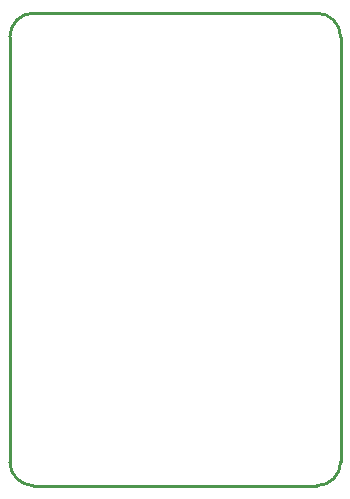
<source format=gko>
G04 Layer: BoardOutline*
G04 EasyEDA v6.4.25, 2021-10-17T11:29:02+03:00*
G04 a1471bc6611e4e73a61749ba241ce28d,91e0e8a571584a8f85f685312bed6ac2,10*
G04 Gerber Generator version 0.2*
G04 Scale: 100 percent, Rotated: No, Reflected: No *
G04 Dimensions in millimeters *
G04 leading zeros omitted , absolute positions ,4 integer and 5 decimal *
%FSLAX45Y45*%
%MOMM*%

%ADD10C,0.2540*%
D10*
X96502Y-3954901D02*
G01*
X96502Y-354898D01*
X96499Y-3954899D02*
G01*
X96499Y-354898D01*
X2696499Y-4154898D02*
G01*
X296499Y-4154898D01*
X2696504Y-4154904D02*
G01*
X296501Y-4154904D01*
X2896499Y-354898D02*
G01*
X2896499Y-3954899D01*
X2896504Y-354898D02*
G01*
X2896504Y-3954901D01*
X296499Y-154899D02*
G01*
X2696499Y-154899D01*
X296501Y-154899D02*
G01*
X2696504Y-154899D01*
G75*
G01*
X2696500Y-154899D02*
G02*
X2896499Y-354899I0J-200000D01*
G75*
G01*
X2896499Y-3954899D02*
G02*
X2696500Y-4154899I-199999J0D01*
G75*
G01*
X296499Y-4154899D02*
G02*
X96500Y-3954899I0J200000D01*
G75*
G01*
X96500Y-354899D02*
G02*
X296499Y-154899I199999J0D01*

%LPD*%
M02*

</source>
